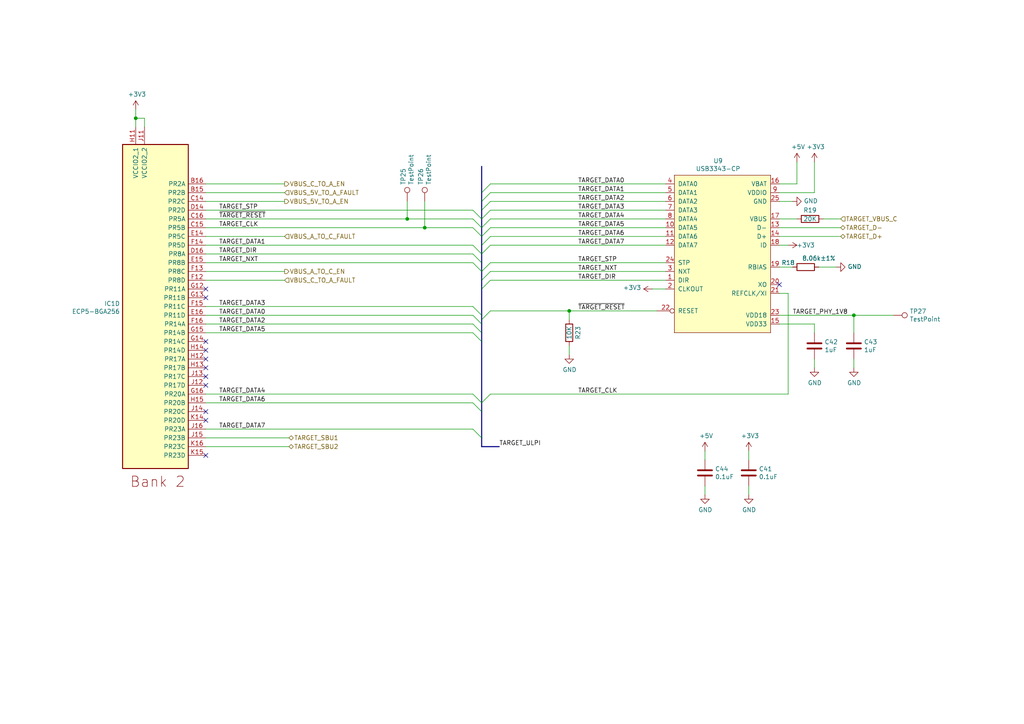
<source format=kicad_sch>
(kicad_sch (version 20211123) (generator eeschema)
  (paper "A4")
  (title_block (title "LUNA USB Multitool") (date "2023-01-11") (rev "r0.5+") (company "Copyright 2019-2023 Great Scott Gadgets") (comment 1 "Licensed under the CERN-OHL-P v2"))
  (lib_symbols
    (symbol "Connector:TestPoint" (pin_numbers hide) (pin_names (offset 0.762) hide)
      (property "Reference" "TP" (at 0 6.858 0))
      (property "Value" "TestPoint" (at 0 5.08 0))
      (symbol "TestPoint_0_1"
        (circle (center 0 3.302) (radius 0.762))
      )
      (symbol "TestPoint_1_1"
        (pin passive line (at 0 0 90) (length 2.54) (name "1") (number "1"))
      )
    )
    (symbol "Device:C" (pin_numbers hide) (pin_names (offset 0.254))
      (property "Reference" "C" (at 0.635 2.54 0))
      (property "Value" "C" (at 0.635 -2.54 0))
      (symbol "C_0_1"
        (polyline (pts (xy -2.032 -0.762) (xy 2.032 -0.762)) (stroke (width 0.508)))
        (polyline (pts (xy -2.032 0.762) (xy 2.032 0.762)) (stroke (width 0.508)))
      )
      (symbol "C_1_1"
        (pin passive line (at 0 3.81 270) (length 2.794) (name "~") (number "1"))
        (pin passive line (at 0 -3.81 90) (length 2.794) (name "~") (number "2"))
      )
    )
    (symbol "Device:R" (pin_numbers hide) (pin_names (offset 0))
      (property "Reference" "R" (at 2.032 0 90))
      (property "Value" "R" (at 0 0 90))
      (symbol "R_0_1"
        (rectangle (start -1.016 -2.54) (end 1.016 2.54) (stroke (width 0.254)))
      )
      (symbol "R_1_1"
        (pin passive line (at 0 3.81 270) (length 1.27) (name "~") (number "1"))
        (pin passive line (at 0 -3.81 90) (length 1.27) (name "~") (number "2"))
      )
    )
    (symbol "fpgas_and_processors:ECP5-BGA256" (pin_names (offset 0.762))
      (property "Reference" "IC" (at -2.54 1.27 0))
      (property "Value" "ECP5-BGA256" (at 10.16 1.27 0))
      (symbol "ECP5-BGA256_1_0"
        (rectangle (start 5.08 0) (end 33.02 -71.12) (stroke (width 0.3048)) (fill (type background)))
      )
      (symbol "ECP5-BGA256_1_1"
        (text "FPGA Supplies" (at 19.05 -76.2 0) (effects (font (size 2.9972 2.9972))))
        (pin power_in line (at 38.1 -2.54 180) (length 5.08) (name "GND_1") (number "A1"))
        (pin power_in line (at 38.1 -5.08 180) (length 5.08) (name "GND_2") (number "A16"))
        (pin power_in line (at 38.1 -10.16 180) (length 5.08) (name "GND_4") (number "D15"))
        (pin power_in line (at 38.1 -7.62 180) (length 5.08) (name "GND_3") (number "D2"))
        (pin power_in line (at 38.1 -12.7 180) (length 5.08) (name "GND_5") (number "F8"))
        (pin power_in line (at 38.1 -15.24 180) (length 5.08) (name "GND_6") (number "F9"))
        (pin power_in line (at 38.1 -20.32 180) (length 5.08) (name "GND_8") (number "G10"))
        (pin power_in line (at 0 -66.04 0) (length 5.08) (name "VCCAUX_1") (number "G11"))
        (pin power_in line (at 0 -2.54 0) (length 5.08) (name "VCC_1") (number "G6"))
        (pin power_in line (at 0 -5.08 0) (length 5.08) (name "VCC_2") (number "G7"))
        (pin power_in line (at 38.1 -17.78 180) (length 5.08) (name "GND_7") (number "G8"))
        (pin power_in line (at 0 -7.62 0) (length 5.08) (name "VCC_3") (number "G9"))
        (pin power_in line (at 38.1 -22.86 180) (length 5.08) (name "GND_9") (number "H1"))
        (pin power_in line (at 38.1 -30.48 180) (length 5.08) (name "GND_12") (number "H10"))
        (pin power_in line (at 38.1 -33.02 180) (length 5.08) (name "GND_13") (number "H16"))
        (pin power_in line (at 38.1 -25.4 180) (length 5.08) (name "GND_10") (number "H8"))
        (pin power_in line (at 38.1 -27.94 180) (length 5.08) (name "GND_11") (number "H9"))
        (pin power_in line (at 38.1 -40.64 180) (length 5.08) (name "GND_16") (number "J10"))
        (pin power_in line (at 38.1 -35.56 180) (length 5.08) (name "GND_14") (number "J8"))
        (pin power_in line (at 38.1 -38.1 180) (length 5.08) (name "GND_15") (number "J9"))
        (pin power_in line (at 38.1 -53.34 180) (length 5.08) (name "GND_21") (number "K10"))
        (pin power_in line (at 38.1 -43.18 180) (length 5.08) (name "GND_17") (number "K6"))
        (pin power_in line (at 38.1 -45.72 180) (length 5.08) (name "GND_18") (number "K7"))
        (pin power_in line (at 38.1 -48.26 180) (length 5.08) (name "GND_19") (number "K8"))
        (pin power_in line (at 38.1 -50.8 180) (length 5.08) (name "GND_20") (number "K9"))
        (pin power_in line (at 0 -15.24 0) (length 5.08) (name "VCC_6") (number "L10"))
        (pin power_in line (at 0 -68.58 0) (length 5.08) (name "VCCAUX_2") (number "L7"))
        (pin power_in line (at 0 -10.16 0) (length 5.08) (name "VCC_4") (number "L8"))
        (pin power_in line (at 0 -12.7 0) (length 5.08) (name "VCC_5") (number "L9"))
        (pin power_in line (at 38.1 -58.42 180) (length 5.08) (name "GND_23") (number "N15"))
        (pin power_in line (at 38.1 -55.88 180) (length 5.08) (name "GND_22") (number "N2"))
        (pin power_in line (at 38.1 -60.96 180) (length 5.08) (name "GND_24") (number "T1"))
        (pin power_in line (at 38.1 -66.04 180) (length 5.08) (name "GND_26") (number "T12"))
        (pin power_in line (at 38.1 -68.58 180) (length 5.08) (name "GND_27") (number "T16"))
        (pin power_in line (at 38.1 -63.5 180) (length 5.08) (name "GND_25") (number "T5"))
      )
      (symbol "ECP5-BGA256_2_1"
        (rectangle (start 0 0) (end 19.05 -74.93) (stroke (width 0.3048)) (fill (type background)))
        (text "Bank 0" (at 10.16 -78.74 0) (effects (font (size 2.9972 2.9972))))
        (pin bidirectional line (at 24.13 -11.43 180) (length 5.08) (name "PT4A") (number "A2"))
        (pin bidirectional line (at 24.13 -16.51 180) (length 5.08) (name "PT6A") (number "A3"))
        (pin bidirectional line (at 24.13 -19.05 180) (length 5.08) (name "PT6B") (number "A4"))
        (pin bidirectional line (at 24.13 -43.18 180) (length 5.08) (name "PT18A") (number "A5"))
        (pin bidirectional line (at 24.13 -45.72 180) (length 5.08) (name "PT18B") (number "A6"))
        (pin bidirectional line (at 24.13 -68.58 180) (length 5.08) (name "PT29A") (number "A7"))
        (pin bidirectional line (at 24.13 -71.12 180) (length 5.08) (name "PT29B") (number "A8"))
        (pin bidirectional line (at 24.13 -13.97 180) (length 5.08) (name "PT4B") (number "B3"))
        (pin bidirectional line (at 24.13 -29.21 180) (length 5.08) (name "PT11B") (number "B4"))
        (pin bidirectional line (at 24.13 -39.37 180) (length 5.08) (name "PT15B") (number "B5"))
        (pin bidirectional line (at 24.13 -55.88 180) (length 5.08) (name "PT22B") (number "B6"))
        (pin bidirectional line (at 24.13 -66.04 180) (length 5.08) (name "PT27B") (number "B7"))
        (pin bidirectional line (at 24.13 -26.67 180) (length 5.08) (name "PT11A") (number "C4"))
        (pin bidirectional line (at 24.13 -36.83 180) (length 5.08) (name "PT15A") (number "C5"))
        (pin bidirectional line (at 24.13 -53.34 180) (length 5.08) (name "PT22A") (number "C6"))
        (pin bidirectional line (at 24.13 -63.5 180) (length 5.08) (name "PT27A") (number "C7"))
        (pin bidirectional line (at 24.13 -24.13 180) (length 5.08) (name "PT9B") (number "D4"))
        (pin bidirectional line (at 24.13 -34.29 180) (length 5.08) (name "PT13B") (number "D5"))
        (pin bidirectional line (at 24.13 -50.8 180) (length 5.08) (name "PT20B") (number "D6"))
        (pin bidirectional line (at 24.13 -60.96 180) (length 5.08) (name "PT24B") (number "D7"))
        (pin bidirectional line (at 24.13 -21.59 180) (length 5.08) (name "PT9A") (number "E4"))
        (pin bidirectional line (at 24.13 -31.75 180) (length 5.08) (name "PT13A") (number "E5"))
        (pin bidirectional line (at 24.13 -48.26 180) (length 5.08) (name "PT20A") (number "E6"))
        (pin bidirectional line (at 24.13 -58.42 180) (length 5.08) (name "PT24A") (number "E7"))
        (pin power_in line (at 7.62 5.08 270) (length 5.08) (name "VCCIO0_1") (number "F6"))
        (pin power_in line (at 5.08 5.08 270) (length 5.08) (name "VCCIO0_2") (number "F7"))
      )
      (symbol "ECP5-BGA256_3_0"
        (rectangle (start 0 0) (end 21.59 -93.98) (stroke (width 0.3048)) (fill (type background)))
      )
      (symbol "ECP5-BGA256_3_1"
        (text "Bank 1" (at 8.89 -96.52 0) (effects (font (size 2.9972 2.9972))))
        (pin bidirectional line (at 26.67 -34.29 180) (length 5.08) (name "PT42B") (number "A10"))
        (pin bidirectional line (at 26.67 -57.15 180) (length 5.08) (name "PT53A") (number "A11"))
        (pin bidirectional line (at 26.67 -59.69 180) (length 5.08) (name "PT53B") (number "A12"))
        (pin bidirectional line (at 26.67 -82.55 180) (length 5.08) (name "PT65A") (number "A13"))
        (pin bidirectional line (at 26.67 -85.09 180) (length 5.08) (name "PT65B") (number "A14"))
        (pin bidirectional line (at 26.67 -90.17 180) (length 5.08) (name "PT67B") (number "A15"))
        (pin bidirectional line (at 26.67 -31.75 180) (length 5.08) (name "PT42A") (number "A9"))
        (pin bidirectional line (at 26.67 -36.83 180) (length 5.08) (name "PT44A") (number "B10"))
        (pin bidirectional line (at 26.67 -46.99 180) (length 5.08) (name "PT49A") (number "B11"))
        (pin bidirectional line (at 26.67 -62.23 180) (length 5.08) (name "PT56A") (number "B12"))
        (pin bidirectional line (at 26.67 -72.39 180) (length 5.08) (name "PT60A") (number "B13"))
        (pin bidirectional line (at 26.67 -87.63 180) (length 5.08) (name "PT67A") (number "B14"))
        (pin bidirectional line (at 26.67 -19.05 180) (length 5.08) (name "PT35B") (number "B8"))
        (pin bidirectional line (at 26.67 -21.59 180) (length 5.08) (name "PT38A") (number "B9"))
        (pin bidirectional line (at 26.67 -39.37 180) (length 5.08) (name "PT44B") (number "C10"))
        (pin bidirectional line (at 26.67 -49.53 180) (length 5.08) (name "PT49B") (number "C11"))
        (pin bidirectional line (at 26.67 -64.77 180) (length 5.08) (name "PT56B") (number "C12"))
        (pin bidirectional line (at 26.67 -74.93 180) (length 5.08) (name "PT60B") (number "C13"))
        (pin bidirectional line (at 26.67 -16.51 180) (length 5.08) (name "PT35A") (number "C8"))
        (pin bidirectional line (at 26.67 -24.13 180) (length 5.08) (name "PT38B") (number "C9"))
        (pin bidirectional line (at 26.67 -41.91 180) (length 5.08) (name "PT47A") (number "D10"))
        (pin bidirectional line (at 26.67 -52.07 180) (length 5.08) (name "PT51A") (number "D11"))
        (pin bidirectional line (at 26.67 -67.31 180) (length 5.08) (name "PT58A") (number "D12"))
        (pin bidirectional line (at 26.67 -77.47 180) (length 5.08) (name "PT62A") (number "D13"))
        (pin bidirectional line (at 26.67 -13.97 180) (length 5.08) (name "PT33B") (number "D8"))
        (pin bidirectional line (at 26.67 -26.67 180) (length 5.08) (name "PT40A") (number "D9"))
        (pin bidirectional line (at 26.67 -44.45 180) (length 5.08) (name "PT47B") (number "E10"))
        (pin bidirectional line (at 26.67 -54.61 180) (length 5.08) (name "PT51B") (number "E11"))
        (pin bidirectional line (at 26.67 -69.85 180) (length 5.08) (name "PT58B") (number "E12"))
        (pin bidirectional line (at 26.67 -80.01 180) (length 5.08) (name "PT62B") (number "E13"))
        (pin bidirectional line (at 26.67 -11.43 180) (length 5.08) (name "PT33A") (number "E8"))
        (pin bidirectional line (at 26.67 -29.21 180) (length 5.08) (name "PT40B") (number "E9"))
        (pin power_in line (at 6.35 5.08 270) (length 5.08) (name "VCCIO1_1") (number "F10"))
        (pin power_in line (at 3.81 5.08 270) (length 5.08) (name "VCCIO1_2") (number "F11"))
      )
      (symbol "ECP5-BGA256_4_1"
        (rectangle (start 0 0) (end 19.05 -93.98) (stroke (width 0.3048)) (fill (type background)))
        (text "Bank 2" (at 10.16 -97.79 0) (effects (font (size 2.9972 2.9972))))
        (pin bidirectional line (at 24.13 -13.97 180) (length 5.08) (name "PR2B") (number "B15"))
        (pin bidirectional line (at 24.13 -11.43 180) (length 5.08) (name "PR2A") (number "B16"))
        (pin bidirectional line (at 24.13 -16.51 180) (length 5.08) (name "PR2C") (number "C14"))
        (pin bidirectional line (at 24.13 -24.13 180) (length 5.08) (name "PR5B") (number "C15"))
        (pin bidirectional line (at 24.13 -21.59 180) (length 5.08) (name "PR5A") (number "C16"))
        (pin bidirectional line (at 24.13 -19.05 180) (length 5.08) (name "PR2D") (number "D14"))
        (pin bidirectional line (at 24.13 -31.75 180) (length 5.08) (name "PR8A") (number "D16"))
        (pin bidirectional line (at 24.13 -26.67 180) (length 5.08) (name "PR5C") (number "E14"))
        (pin bidirectional line (at 24.13 -34.29 180) (length 5.08) (name "PR8B") (number "E15"))
        (pin bidirectional line (at 24.13 -49.53 180) (length 5.08) (name "PR11D") (number "E16"))
        (pin bidirectional line (at 24.13 -39.37 180) (length 5.08) (name "PR8D") (number "F12"))
        (pin bidirectional line (at 24.13 -36.83 180) (length 5.08) (name "PR8C") (number "F13"))
        (pin bidirectional line (at 24.13 -29.21 180) (length 5.08) (name "PR5D") (number "F14"))
        (pin bidirectional line (at 24.13 -46.99 180) (length 5.08) (name "PR11C") (number "F15"))
        (pin bidirectional line (at 24.13 -52.07 180) (length 5.08) (name "PR14A") (number "F16"))
        (pin bidirectional line (at 24.13 -41.91 180) (length 5.08) (name "PR11A") (number "G12"))
        (pin bidirectional line (at 24.13 -44.45 180) (length 5.08) (name "PR11B") (number "G13"))
        (pin bidirectional line (at 24.13 -57.15 180) (length 5.08) (name "PR14C") (number "G14"))
        (pin bidirectional line (at 24.13 -54.61 180) (length 5.08) (name "PR14B") (number "G15"))
        (pin bidirectional line (at 24.13 -72.39 180) (length 5.08) (name "PR20A") (number "G16"))
        (pin power_in line (at 3.81 5.08 270) (length 5.08) (name "VCCIO2_1") (number "H11"))
        (pin bidirectional line (at 24.13 -62.23 180) (length 5.08) (name "PR17A") (number "H12"))
        (pin bidirectional line (at 24.13 -64.77 180) (length 5.08) (name "PR17B") (number "H13"))
        (pin bidirectional line (at 24.13 -59.69 180) (length 5.08) (name "PR14D") (number "H14"))
        (pin bidirectional line (at 24.13 -74.93 180) (length 5.08) (name "PR20B") (number "H15"))
        (pin power_in line (at 6.35 5.08 270) (length 5.08) (name "VCCIO2_2") (number "J11"))
        (pin bidirectional line (at 24.13 -69.85 180) (length 5.08) (name "PR17D") (number "J12"))
        (pin bidirectional line (at 24.13 -67.31 180) (length 5.08) (name "PR17C") (number "J13"))
        (pin bidirectional line (at 24.13 -77.47 180) (length 5.08) (name "PR20C") (number "J14"))
        (pin bidirectional line (at 24.13 -85.09 180) (length 5.08) (name "PR23B") (number "J15"))
        (pin bidirectional line (at 24.13 -82.55 180) (length 5.08) (name "PR23A") (number "J16"))
        (pin bidirectional line (at 24.13 -80.01 180) (length 5.08) (name "PR20D") (number "K14"))
        (pin bidirectional line (at 24.13 -90.17 180) (length 5.08) (name "PR23D") (number "K15"))
        (pin bidirectional line (at 24.13 -87.63 180) (length 5.08) (name "PR23C") (number "K16"))
      )
      (symbol "ECP5-BGA256_5_0"
        (rectangle (start 0 0) (end 20.32 -91.44) (stroke (width 0.3048)) (fill (type background)))
      )
      (symbol "ECP5-BGA256_5_1"
        (text "Bank 3" (at 15.24 -96.52 0) (effects (font (size 2.9972 2.9972))))
        (pin power_in line (at 3.81 5.08 270) (length 5.08) (name "VCCIO3_1") (number "K11"))
        (pin bidirectional line (at 25.4 -22.86 180) (length 5.08) (name "PR29B") (number "K12"))
        (pin bidirectional line (at 25.4 -20.32 180) (length 5.08) (name "PR29A") (number "K13"))
        (pin power_in line (at 6.35 5.08 270) (length 5.08) (name "VCCIO3_2") (number "L11"))
        (pin bidirectional line (at 25.4 -27.94 180) (length 5.08) (name "PR29D") (number "L12"))
        (pin bidirectional line (at 25.4 -25.4 180) (length 5.08) (name "PR29C") (number "L13"))
        (pin bidirectional line (at 25.4 -35.56 180) (length 5.08) (name "PR32C") (number "L14"))
        (pin bidirectional line (at 25.4 -12.7 180) (length 5.08) (name "PR26B") (number "L15"))
        (pin bidirectional line (at 25.4 -10.16 180) (length 5.08) (name "PR26A") (number "L16"))
        (pin bidirectional line (at 25.4 -81.28 180) (length 5.08) (name "PR47A") (number "M11"))
        (pin bidirectional line (at 25.4 -76.2 180) (length 5.08) (name "PR44C") (number "M12"))
        (pin bidirectional line (at 25.4 -45.72 180) (length 5.08) (name "PR35C") (number "M13"))
        (pin bidirectional line (at 25.4 -38.1 180) (length 5.08) (name "PR32D") (number "M14"))
        (pin bidirectional line (at 25.4 -17.78 180) (length 5.08) (name "PR26D") (number "M15"))
        (pin bidirectional line (at 25.4 -15.24 180) (length 5.08) (name "PR26C") (number "M16"))
        (pin bidirectional line (at 25.4 -83.82 180) (length 5.08) (name "PR47B") (number "N11"))
        (pin bidirectional line (at 25.4 -78.74 180) (length 5.08) (name "PR44D") (number "N12"))
        (pin bidirectional line (at 25.4 -50.8 180) (length 5.08) (name "PR38A") (number "N13"))
        (pin bidirectional line (at 25.4 -48.26 180) (length 5.08) (name "PR35D") (number "N14"))
        (pin bidirectional line (at 25.4 -30.48 180) (length 5.08) (name "PR32A") (number "N16"))
        (pin bidirectional line (at 25.4 -86.36 180) (length 5.08) (name "PR47C") (number "P11"))
        (pin bidirectional line (at 25.4 -88.9 180) (length 5.08) (name "PR47D") (number "P12"))
        (pin bidirectional line (at 25.4 -60.96 180) (length 5.08) (name "PR41A") (number "P13"))
        (pin bidirectional line (at 25.4 -53.34 180) (length 5.08) (name "PR38B") (number "P14"))
        (pin bidirectional line (at 25.4 -33.02 180) (length 5.08) (name "PR32B") (number "P15"))
        (pin bidirectional line (at 25.4 -40.64 180) (length 5.08) (name "PR35A") (number "P16"))
        (pin bidirectional line (at 25.4 -71.12 180) (length 5.08) (name "PR44A") (number "R12"))
        (pin bidirectional line (at 25.4 -66.04 180) (length 5.08) (name "PR41C") (number "R13"))
        (pin bidirectional line (at 25.4 -63.5 180) (length 5.08) (name "PR41B") (number "R14"))
        (pin bidirectional line (at 25.4 -55.88 180) (length 5.08) (name "PR38C") (number "R15"))
        (pin bidirectional line (at 25.4 -43.18 180) (length 5.08) (name "PR35B") (number "R16"))
        (pin bidirectional line (at 25.4 -73.66 180) (length 5.08) (name "PR44B") (number "T13"))
        (pin bidirectional line (at 25.4 -68.58 180) (length 5.08) (name "PR41D") (number "T14"))
        (pin bidirectional line (at 25.4 -58.42 180) (length 5.08) (name "PR38D") (number "T15"))
      )
      (symbol "ECP5-BGA256_6_1"
        (rectangle (start 0 0) (end 19.05 -106.68) (stroke (width 0.3048)) (fill (type background)))
        (text "Bank 6" (at 11.43 -110.49 0) (effects (font (size 2.9972 2.9972))))
        (pin power_in line (at 3.81 5.08 270) (length 5.08) (name "VCCIO6_1") (number "J6"))
        (pin power_in line (at 6.35 5.08 270) (length 5.08) (name "VCCIO6_2") (number "J7"))
        (pin bidirectional line (at 24.13 -25.4 180) (length 5.08) (name "PL29A") (number "K4"))
        (pin bidirectional line (at 24.13 -27.94 180) (length 5.08) (name "PL29B") (number "K5"))
        (pin bidirectional line (at 24.13 -13.97 180) (length 5.08) (name "PL26A") (number "L1"))
        (pin bidirectional line (at 24.13 -16.51 180) (length 5.08) (name "PL26B") (number "L2"))
        (pin bidirectional line (at 24.13 -41.91 180) (length 5.08) (name "PL32C") (number "L3"))
        (pin bidirectional line (at 24.13 -30.48 180) (length 5.08) (name "PL29C") (number "L4"))
        (pin bidirectional line (at 24.13 -33.02 180) (length 5.08) (name "PL29D") (number "L5"))
        (pin bidirectional line (at 24.13 -19.05 180) (length 5.08) (name "PL26C") (number "M1"))
        (pin bidirectional line (at 24.13 -21.59 180) (length 5.08) (name "PL26D") (number "M2"))
        (pin bidirectional line (at 24.13 -44.45 180) (length 5.08) (name "PL32D") (number "M3"))
        (pin bidirectional line (at 24.13 -53.34 180) (length 5.08) (name "PL35C") (number "M4"))
        (pin bidirectional line (at 24.13 -78.74 180) (length 5.08) (name "PL44C") (number "M5"))
        (pin bidirectional line (at 24.13 -96.52 180) (length 5.08) (name "PL47A") (number "M6"))
        (pin bidirectional line (at 24.13 -36.83 180) (length 5.08) (name "PL32A") (number "N1"))
        (pin bidirectional line (at 24.13 -55.88 180) (length 5.08) (name "PL35D") (number "N3"))
        (pin bidirectional line (at 24.13 -60.96 180) (length 5.08) (name "PL38A") (number "N4"))
        (pin bidirectional line (at 24.13 -81.28 180) (length 5.08) (name "PL44D") (number "N5"))
        (pin bidirectional line (at 24.13 -99.06 180) (length 5.08) (name "PL47B") (number "N6"))
        (pin bidirectional line (at 24.13 -48.26 180) (length 5.08) (name "PL35A") (number "P1"))
        (pin bidirectional line (at 24.13 -39.37 180) (length 5.08) (name "PL32B") (number "P2"))
        (pin bidirectional line (at 24.13 -63.5 180) (length 5.08) (name "PL38B") (number "P3"))
        (pin bidirectional line (at 24.13 -85.09 180) (length 5.08) (name "PL41A") (number "P4"))
        (pin bidirectional line (at 24.13 -101.6 180) (length 5.08) (name "PL47D") (number "P5"))
        (pin bidirectional line (at 24.13 -104.14 180) (length 5.08) (name "PL47C") (number "P6"))
        (pin bidirectional line (at 24.13 -50.8 180) (length 5.08) (name "PL35B") (number "R1"))
        (pin bidirectional line (at 24.13 -66.04 180) (length 5.08) (name "PL38C") (number "R2"))
        (pin bidirectional line (at 24.13 -87.63 180) (length 5.08) (name "PL41B") (number "R3"))
        (pin bidirectional line (at 24.13 -90.17 180) (length 5.08) (name "PL41C") (number "R4"))
        (pin bidirectional line (at 24.13 -73.66 180) (length 5.08) (name "PL44A") (number "R5"))
        (pin bidirectional line (at 24.13 -68.58 180) (length 5.08) (name "PL38D") (number "T2"))
        (pin bidirectional line (at 24.13 -92.71 180) (length 5.08) (name "PL41D") (number "T3"))
        (pin bidirectional line (at 24.13 -76.2 180) (length 5.08) (name "PL44B") (number "T4"))
      )
      (symbol "ECP5-BGA256_7_1"
        (rectangle (start 0 0) (end 20.32 -109.22) (stroke (width 0.3048)) (fill (type background)))
        (text "Bank 7" (at 12.7 -113.03 0) (effects (font (size 2.9972 2.9972))))
        (pin bidirectional line (at 25.4 -10.16 180) (length 5.08) (name "PL2A") (number "B1"))
        (pin bidirectional line (at 25.4 -12.7 180) (length 5.08) (name "PL2B") (number "B2"))
        (pin bidirectional line (at 25.4 -22.86 180) (length 5.08) (name "PL5A") (number "C1"))
        (pin bidirectional line (at 25.4 -25.4 180) (length 5.08) (name "PL5B") (number "C2"))
        (pin bidirectional line (at 25.4 -15.24 180) (length 5.08) (name "PL2C") (number "C3"))
        (pin bidirectional line (at 25.4 -35.56 180) (length 5.08) (name "PL8A") (number "D1"))
        (pin bidirectional line (at 25.4 -17.78 180) (length 5.08) (name "PL2D") (number "D3"))
        (pin bidirectional line (at 25.4 -54.61 180) (length 5.08) (name "PL11D") (number "E1"))
        (pin bidirectional line (at 25.4 -38.1 180) (length 5.08) (name "PL8B") (number "E2"))
        (pin bidirectional line (at 25.4 -27.94 180) (length 5.08) (name "PL5C") (number "E3"))
        (pin bidirectional line (at 25.4 -59.69 180) (length 5.08) (name "PL14A") (number "F1"))
        (pin bidirectional line (at 25.4 -52.07 180) (length 5.08) (name "PL11C") (number "F2"))
        (pin bidirectional line (at 25.4 -30.48 180) (length 5.08) (name "PL5D") (number "F3"))
        (pin bidirectional line (at 25.4 -40.64 180) (length 5.08) (name "PL8C") (number "F4"))
        (pin bidirectional line (at 25.4 -43.18 180) (length 5.08) (name "PL8D") (number "F5"))
        (pin bidirectional line (at 25.4 -82.55 180) (length 5.08) (name "PL20A") (number "G1"))
        (pin bidirectional line (at 25.4 -62.23 180) (length 5.08) (name "PL14B") (number "G2"))
        (pin bidirectional line (at 25.4 -64.77 180) (length 5.08) (name "PL14C") (number "G3"))
        (pin bidirectional line (at 25.4 -49.53 180) (length 5.08) (name "PL11B") (number "G4"))
        (pin bidirectional line (at 25.4 -46.99 180) (length 5.08) (name "PL11A") (number "G5"))
        (pin bidirectional line (at 25.4 -85.09 180) (length 5.08) (name "PL20B") (number "H2"))
        (pin bidirectional line (at 25.4 -67.31 180) (length 5.08) (name "PL14D") (number "H3"))
        (pin bidirectional line (at 25.4 -73.66 180) (length 5.08) (name "PL17B") (number "H4"))
        (pin bidirectional line (at 25.4 -71.12 180) (length 5.08) (name "PL17A") (number "H5"))
        (pin power_in line (at 7.62 5.08 270) (length 5.08) (name "VCCIO7_1") (number "H6"))
        (pin power_in line (at 5.08 5.08 270) (length 5.08) (name "VCCIO7_2") (number "H7"))
        (pin bidirectional line (at 25.4 -95.25 180) (length 5.08) (name "PL23A") (number "J1"))
        (pin bidirectional line (at 25.4 -97.79 180) (length 5.08) (name "PL23B") (number "J2"))
        (pin bidirectional line (at 25.4 -87.63 180) (length 5.08) (name "PL20C") (number "J3"))
        (pin bidirectional line (at 25.4 -76.2 180) (length 5.08) (name "PL17C") (number "J4"))
        (pin bidirectional line (at 25.4 -78.74 180) (length 5.08) (name "PL17D") (number "J5"))
        (pin bidirectional line (at 25.4 -100.33 180) (length 5.08) (name "PL23C") (number "K1"))
        (pin bidirectional line (at 25.4 -102.87 180) (length 5.08) (name "PL23D") (number "K2"))
        (pin bidirectional line (at 25.4 -90.17 180) (length 5.08) (name "PL20D") (number "K3"))
      )
      (symbol "ECP5-BGA256_8_0"
        (text "(Config)" (at 13.97 -97.79 0) (effects (font (size 2.9972 2.9972))))
        (text "Bank 8" (at 13.97 -92.71 0) (effects (font (size 2.9972 2.9972))))
      )
      (symbol "ECP5-BGA256_8_1"
        (rectangle (start 0 0) (end 21.59 -88.9) (stroke (width 0.3048)) (fill (type background)))
        (pin power_in line (at 5.08 5.08 270) (length 5.08) (name "VCCIO8") (number "L6"))
        (pin output line (at 26.67 -57.15 180) (length 5.08) (name "TDO") (number "M10"))
        (pin bidirectional line (at 26.67 -24.13 180) (length 5.08) (name "D2/PB9B") (number "M7"))
        (pin bidirectional line (at 26.67 -39.37 180) (length 5.08) (name "DOUT/CSON/PB15B") (number "M8"))
        (pin bidirectional line (at 26.67 -41.91 180) (length 5.08) (name "WRITEEN/PB18A") (number "M9"))
        (pin input line (at 26.67 -68.58 180) (length 5.08) (name "CFG_0") (number "N10"))
        (pin bidirectional line (at 26.67 -21.59 180) (length 5.08) (name "D3/PB9A") (number "N7"))
        (pin bidirectional line (at 26.67 -36.83 180) (length 5.08) (name "HOLDN/DI/PB15A") (number "N8"))
        (pin bidirectional line (at 26.67 -63.5 180) (length 5.08) (name "MCLK/SCLK/CCLK") (number "N9"))
        (pin input line (at 26.67 -71.12 180) (length 5.08) (name "CFG_1") (number "P10"))
        (pin bidirectional line (at 26.67 -19.05 180) (length 5.08) (name "D4/PICO2/PB6B") (number "P7"))
        (pin bidirectional line (at 26.67 -34.29 180) (length 5.08) (name "CS1N/PB13B") (number "P8"))
        (pin bidirectional line (at 26.67 -80.01 180) (length 5.08) (name "DONE") (number "P9"))
        (pin input line (at 26.67 -73.66 180) (length 5.08) (name "CFG_2") (number "R10"))
        (pin input line (at 26.67 -54.61 180) (length 5.08) (name "TDI") (number "R11"))
        (pin bidirectional line (at 26.67 -13.97 180) (length 5.08) (name "D6/PB4B") (number "R6"))
        (pin bidirectional line (at 26.67 -16.51 180) (length 5.08) (name "D5/POCI2/PB6A") (number "R7"))
        (pin bidirectional line (at 26.67 -31.75 180) (length 5.08) (name "SN/CSN/PB13A") (number "R8"))
        (pin bidirectional line (at 26.67 -85.09 180) (length 5.08) (name "PROGRAMN") (number "R9"))
        (pin input line (at 26.67 -52.07 180) (length 5.08) (name "TCK") (number "T10"))
        (pin input line (at 26.67 -49.53 180) (length 5.08) (name "TMS") (number "T11"))
        (pin bidirectional line (at 26.67 -11.43 180) (length 5.08) (name "D7/PB4A") (number "T6"))
        (pin bidirectional line (at 26.67 -26.67 180) (length 5.08) (name "D1/PICO/PB11A") (number "T7"))
        (pin bidirectional line (at 26.67 -29.21 180) (length 5.08) (name "D0/PICO/PB11B") (number "T8"))
        (pin bidirectional line (at 26.67 -82.55 180) (length 5.08) (name "INITN") (number "T9"))
      )
    )
    (symbol "power:+3V3" (power) (pin_names (offset 0))
      (property "Value" "+3V3" (at 0 3.556 0))
      (symbol "+3V3_0_1"
        (polyline (pts (xy -0.762 1.27) (xy 0 2.54)))
        (polyline (pts (xy 0 0) (xy 0 2.54)))
        (polyline (pts (xy 0 2.54) (xy 0.762 1.27)))
      )
      (symbol "+3V3_1_1"
        (pin power_in line (at 0 0 90) (length 0) hide (name "+3V3") (number "1"))
      )
    )
    (symbol "power:+5V" (power) (pin_names (offset 0))
      (property "Value" "+5V" (at 0 3.556 0))
      (symbol "+5V_0_1"
        (polyline (pts (xy -0.762 1.27) (xy 0 2.54)))
        (polyline (pts (xy 0 0) (xy 0 2.54)))
        (polyline (pts (xy 0 2.54) (xy 0.762 1.27)))
      )
      (symbol "+5V_1_1"
        (pin power_in line (at 0 0 90) (length 0) hide (name "+5V") (number "1"))
      )
    )
    (symbol "power:GND" (power) (pin_names (offset 0))
      (property "Value" "GND" (at 0 -3.81 0))
      (symbol "GND_0_1"
        (polyline (pts (xy 0 0) (xy 0 -1.27) (xy 1.27 -1.27) (xy 0 -2.54) (xy -1.27 -1.27) (xy 0 -1.27)))
      )
      (symbol "GND_1_1"
        (pin power_in line (at 0 0 270) (length 0) hide (name "GND") (number "1"))
      )
    )
    (symbol "usb:USB3343" (pin_names (offset 1.016))
      (property "Reference" "U" (at 3.81 -46.99 0))
      (property "Value" "USB3343" (at 25.4 -46.99 0))
      (symbol "USB3343_0_1"
        (rectangle (start 2.54 0) (end 30.48 -45.72) (fill (type background)))
      )
      (symbol "USB3343_1_1"
        (pin output line (at 0 -30.48 0) (length 2.54) (name "DIR") (number "1"))
        (pin bidirectional line (at 0 -15.24 0) (length 2.54) (name "DATA5") (number "10"))
        (pin bidirectional line (at 0 -17.78 0) (length 2.54) (name "DATA6") (number "11"))
        (pin bidirectional line (at 0 -20.32 0) (length 2.54) (name "DATA7") (number "12"))
        (pin bidirectional line (at 33.02 -15.24 180) (length 2.54) (name "D-") (number "13"))
        (pin bidirectional line (at 33.02 -17.78 180) (length 2.54) (name "D+") (number "14"))
        (pin power_out line (at 33.02 -43.18 180) (length 2.54) (name "VDD33") (number "15"))
        (pin power_in line (at 33.02 -2.54 180) (length 2.54) (name "VBAT") (number "16"))
        (pin bidirectional line (at 33.02 -12.7 180) (length 2.54) (name "VBUS") (number "17"))
        (pin input line (at 33.02 -20.32 180) (length 2.54) (name "ID") (number "18"))
        (pin input line (at 33.02 -26.67 180) (length 2.54) (name "RBIAS") (number "19"))
        (pin passive line (at 0 -33.02 0) (length 2.54) (name "CLKOUT") (number "2"))
        (pin output line (at 33.02 -31.75 180) (length 2.54) (name "XO") (number "20"))
        (pin input line (at 33.02 -34.29 180) (length 2.54) (name "REFCLK/XI") (number "21"))
        (pin input inverted (at -2.54 -39.37 0) (length 5.08) (name "RESET") (number "22"))
        (pin power_out line (at 33.02 -40.64 180) (length 2.54) (name "VDD18") (number "23"))
        (pin input line (at 0 -25.4 0) (length 2.54) (name "STP") (number "24"))
        (pin power_in line (at 33.02 -7.62 180) (length 2.54) (name "GND") (number "25"))
        (pin output line (at 0 -27.94 0) (length 2.54) (name "NXT") (number "3"))
        (pin bidirectional line (at 0 -2.54 0) (length 2.54) (name "DATA0") (number "4"))
        (pin bidirectional line (at 0 -5.08 0) (length 2.54) (name "DATA1") (number "5"))
        (pin bidirectional line (at 0 -7.62 0) (length 2.54) (name "DATA2") (number "6"))
        (pin bidirectional line (at 0 -10.16 0) (length 2.54) (name "DATA3") (number "7"))
        (pin bidirectional line (at 0 -12.7 0) (length 2.54) (name "DATA4") (number "8"))
        (pin power_in line (at 33.02 -5.08 180) (length 2.54) (name "VDDIO") (number "9"))
      )
    )
  )
  (junction (at 39.37 34.29))
  (junction (at 165.1 90.17))
  (junction (at 118.11 63.5))
  (junction (at 247.65 91.44))
  (junction (at 123.19 66.04))
  (no_connect (at 59.69 99.06))
  (no_connect (at 59.69 101.6))
  (no_connect (at 59.69 109.22))
  (no_connect (at 59.69 106.68))
  (no_connect (at 59.69 83.82))
  (no_connect (at 226.06 82.55))
  (no_connect (at 59.69 111.76))
  (no_connect (at 59.69 132.08))
  (no_connect (at 59.69 119.38))
  (no_connect (at 59.69 86.36))
  (no_connect (at 59.69 121.92))
  (no_connect (at 59.69 104.14))
  (bus_entry (at 139.7 83.82) (size 2.54 -2.54))
  (bus_entry (at 137.16 76.2) (size 2.54 2.54))
  (bus_entry (at 139.7 116.84) (size 2.54 -2.54))
  (bus_entry (at 137.16 116.84) (size 2.54 2.54))
  (bus_entry (at 139.7 78.74) (size 2.54 -2.54))
  (bus_entry (at 137.16 88.9) (size 2.54 2.54))
  (bus_entry (at 137.16 93.98) (size 2.54 2.54))
  (bus_entry (at 137.16 96.52) (size 2.54 2.54))
  (bus_entry (at 139.7 60.96) (size 2.54 -2.54))
  (bus_entry (at 139.7 68.58) (size 2.54 -2.54))
  (bus_entry (at 139.7 66.04) (size 2.54 -2.54))
  (bus_entry (at 139.7 73.66) (size -2.54 -2.54))
  (bus_entry (at 137.16 63.5) (size 2.54 2.54))
  (bus_entry (at 137.16 124.46) (size 2.54 2.54))
  (bus_entry (at 139.7 55.88) (size 2.54 -2.54))
  (bus_entry (at 137.16 114.3) (size 2.54 2.54))
  (bus_entry (at 137.16 60.96) (size 2.54 2.54))
  (bus_entry (at 139.7 63.5) (size 2.54 -2.54))
  (bus_entry (at 139.7 81.28) (size 2.54 -2.54))
  (bus_entry (at 139.7 73.66) (size 2.54 -2.54))
  (bus_entry (at 139.7 58.42) (size 2.54 -2.54))
  (bus_entry (at 137.16 91.44) (size 2.54 2.54))
  (bus_entry (at 137.16 73.66) (size 2.54 2.54))
  (bus_entry (at 139.7 92.71) (size 2.54 -2.54))
  (bus_entry (at 139.7 71.12) (size 2.54 -2.54))
  (bus_entry (at 137.16 66.04) (size 2.54 2.54))
  (wire (pts (xy 165.1 90.17) (xy 165.1 92.71)))
  (wire (pts (xy 247.65 96.52) (xy 247.65 91.44)))
  (wire (pts (xy 193.04 76.2) (xy 142.24 76.2)))
  (wire (pts (xy 142.24 114.3) (xy 228.6 114.3)))
  (wire (pts (xy 238.76 63.5) (xy 243.84 63.5)))
  (wire (pts (xy 59.69 63.5) (xy 118.11 63.5)))
  (wire (pts (xy 193.04 83.82) (xy 189.23 83.82)))
  (wire (pts (xy 59.69 91.44) (xy 137.16 91.44)))
  (wire (pts (xy 59.69 73.66) (xy 137.16 73.66)))
  (bus (pts (xy 139.7 96.52) (xy 139.7 99.06)))
  (wire (pts (xy 59.69 66.04) (xy 123.19 66.04)))
  (wire (pts (xy 123.19 58.42) (xy 123.19 66.04)))
  (wire (pts (xy 59.69 71.12) (xy 137.16 71.12)))
  (wire (pts (xy 204.47 140.97) (xy 204.47 143.51)))
  (wire (pts (xy 193.04 63.5) (xy 142.24 63.5)))
  (wire (pts (xy 228.6 71.12) (xy 226.06 71.12)))
  (wire (pts (xy 217.17 130.81) (xy 217.17 133.35)))
  (wire (pts (xy 59.69 96.52) (xy 137.16 96.52)))
  (bus (pts (xy 139.7 116.84) (xy 139.7 119.38)))
  (bus (pts (xy 139.7 73.66) (xy 139.7 76.2)))
  (wire (pts (xy 118.11 58.42) (xy 118.11 63.5)))
  (bus (pts (xy 139.7 91.44) (xy 139.7 92.71)))
  (wire (pts (xy 226.06 93.98) (xy 236.22 93.98)))
  (wire (pts (xy 193.04 78.74) (xy 142.24 78.74)))
  (wire (pts (xy 118.11 63.5) (xy 137.16 63.5)))
  (wire (pts (xy 82.55 58.42) (xy 59.69 58.42)))
  (wire (pts (xy 193.04 81.28) (xy 142.24 81.28)))
  (wire (pts (xy 193.04 71.12) (xy 142.24 71.12)))
  (bus (pts (xy 139.7 71.12) (xy 139.7 73.66)))
  (wire (pts (xy 59.69 78.74) (xy 82.55 78.74)))
  (bus (pts (xy 139.7 55.88) (xy 139.7 58.42)))
  (wire (pts (xy 137.16 60.96) (xy 59.69 60.96)))
  (wire (pts (xy 193.04 58.42) (xy 142.24 58.42)))
  (bus (pts (xy 139.7 127) (xy 139.7 129.54)))
  (wire (pts (xy 226.06 58.42) (xy 229.87 58.42)))
  (wire (pts (xy 59.69 55.88) (xy 82.55 55.88)))
  (wire (pts (xy 82.55 68.58) (xy 59.69 68.58)))
  (wire (pts (xy 59.69 76.2) (xy 137.16 76.2)))
  (wire (pts (xy 229.87 77.47) (xy 226.06 77.47)))
  (bus (pts (xy 139.7 83.82) (xy 139.7 91.44)))
  (wire (pts (xy 59.69 114.3) (xy 137.16 114.3)))
  (bus (pts (xy 139.7 76.2) (xy 139.7 78.74)))
  (wire (pts (xy 204.47 130.81) (xy 204.47 133.35)))
  (wire (pts (xy 193.04 66.04) (xy 142.24 66.04)))
  (wire (pts (xy 193.04 53.34) (xy 142.24 53.34)))
  (wire (pts (xy 39.37 34.29) (xy 41.91 34.29)))
  (wire (pts (xy 236.22 55.88) (xy 226.06 55.88)))
  (wire (pts (xy 59.69 124.46) (xy 137.16 124.46)))
  (wire (pts (xy 137.16 116.84) (xy 59.69 116.84)))
  (wire (pts (xy 231.14 63.5) (xy 226.06 63.5)))
  (wire (pts (xy 226.06 91.44) (xy 247.65 91.44)))
  (bus (pts (xy 139.7 119.38) (xy 139.7 127)))
  (bus (pts (xy 139.7 60.96) (xy 139.7 63.5)))
  (wire (pts (xy 247.65 91.44) (xy 259.08 91.44)))
  (wire (pts (xy 226.06 68.58) (xy 243.84 68.58)))
  (wire (pts (xy 83.82 129.54) (xy 59.69 129.54)))
  (bus (pts (xy 139.7 93.98) (xy 139.7 96.52)))
  (wire (pts (xy 226.06 85.09) (xy 228.6 85.09)))
  (bus (pts (xy 139.7 81.28) (xy 139.7 83.82)))
  (wire (pts (xy 59.69 93.98) (xy 137.16 93.98)))
  (wire (pts (xy 226.06 66.04) (xy 243.84 66.04)))
  (wire (pts (xy 228.6 114.3) (xy 228.6 85.09)))
  (wire (pts (xy 217.17 140.97) (xy 217.17 143.51)))
  (wire (pts (xy 236.22 46.99) (xy 236.22 55.88)))
  (wire (pts (xy 231.14 53.34) (xy 231.14 46.99)))
  (wire (pts (xy 165.1 90.17) (xy 190.5 90.17)))
  (bus (pts (xy 139.7 63.5) (xy 139.7 66.04)))
  (wire (pts (xy 242.57 77.47) (xy 237.49 77.47)))
  (wire (pts (xy 165.1 100.33) (xy 165.1 102.87)))
  (bus (pts (xy 139.7 58.42) (xy 139.7 60.96)))
  (wire (pts (xy 41.91 34.29) (xy 41.91 36.83)))
  (bus (pts (xy 139.7 129.54) (xy 144.78 129.54)))
  (wire (pts (xy 193.04 68.58) (xy 142.24 68.58)))
  (wire (pts (xy 59.69 53.34) (xy 82.55 53.34)))
  (wire (pts (xy 226.06 53.34) (xy 231.14 53.34)))
  (bus (pts (xy 139.7 68.58) (xy 139.7 71.12)))
  (wire (pts (xy 193.04 60.96) (xy 142.24 60.96)))
  (wire (pts (xy 82.55 81.28) (xy 59.69 81.28)))
  (bus (pts (xy 139.7 48.26) (xy 139.7 55.88)))
  (bus (pts (xy 139.7 92.71) (xy 139.7 93.98)))
  (wire (pts (xy 39.37 36.83) (xy 39.37 34.29)))
  (wire (pts (xy 142.24 55.88) (xy 193.04 55.88)))
  (wire (pts (xy 123.19 66.04) (xy 137.16 66.04)))
  (wire (pts (xy 236.22 106.68) (xy 236.22 104.14)))
  (bus (pts (xy 139.7 66.04) (xy 139.7 68.58)))
  (bus (pts (xy 139.7 99.06) (xy 139.7 116.84)))
  (wire (pts (xy 39.37 34.29) (xy 39.37 31.75)))
  (bus (pts (xy 139.7 78.74) (xy 139.7 81.28)))
  (wire (pts (xy 83.82 127) (xy 59.69 127)))
  (wire (pts (xy 247.65 106.68) (xy 247.65 104.14)))
  (wire (pts (xy 142.24 90.17) (xy 165.1 90.17)))
  (wire (pts (xy 236.22 93.98) (xy 236.22 96.52)))
  (wire (pts (xy 59.69 88.9) (xy 137.16 88.9)))
  (label "TARGET_DATA2" (at 167.64 58.42 0))
  (label "TARGET_STP" (at 63.5 60.96 0))
  (label "TARGET_DATA3" (at 63.5 88.9 0))
  (label "TARGET_DATA5" (at 167.64 66.04 0))
  (label "TARGET_DATA0" (at 167.64 53.34 0))
  (label "TARGET_DATA4" (at 63.5 114.3 0))
  (label "TARGET_DATA5" (at 63.5 96.52 0))
  (label "TARGET_CLK" (at 63.5 66.04 0))
  (label "TARGET_DIR" (at 63.5 73.66 0))
  (label "~{TARGET_RESET}" (at 167.64 90.17 0))
  (label "TARGET_DATA1" (at 63.5 71.12 0))
  (label "TARGET_CLK" (at 167.64 114.3 0))
  (label "TARGET_ULPI" (at 144.78 129.54 0))
  (label "TARGET_NXT" (at 167.64 78.74 0))
  (label "TARGET_DATA6" (at 167.64 68.58 0))
  (label "TARGET_DATA6" (at 63.5 116.84 0))
  (label "TARGET_DATA7" (at 63.5 124.46 0))
  (label "TARGET_DATA1" (at 167.64 55.88 0))
  (label "~{TARGET_RESET}" (at 63.5 63.5 0))
  (label "TARGET_DATA4" (at 167.64 63.5 0))
  (label "TARGET_NXT" (at 63.5 76.2 0))
  (label "TARGET_PHY_1V8" (at 229.87 91.44 0))
  (label "TARGET_DIR" (at 167.64 81.28 0))
  (label "TARGET_DATA7" (at 167.64 71.12 0))
  (label "TARGET_DATA2" (at 63.5 93.98 0))
  (label "TARGET_STP" (at 167.64 76.2 0))
  (label "TARGET_DATA0" (at 63.5 91.44 0))
  (label "TARGET_DATA3" (at 167.64 60.96 0))
  (hierarchical_label "VBUS_A_TO_C_EN" (shape output) (at 82.55 78.74 0))
  (hierarchical_label "TARGET_D+" (shape bidirectional) (at 243.84 68.58 0))
  (hierarchical_label "TARGET_SBU2" (shape bidirectional) (at 83.82 129.54 0))
  (hierarchical_label "TARGET_VBUS_C" (shape input) (at 243.84 63.5 0))
  (hierarchical_label "TARGET_SBU1" (shape bidirectional) (at 83.82 127 0))
  (hierarchical_label "VBUS_A_TO_C_FAULT" (shape input) (at 82.55 68.58 0))
  (hierarchical_label "VBUS_C_TO_A_EN" (shape output) (at 82.55 53.34 0))
  (hierarchical_label "VBUS_5V_TO_A_EN" (shape output) (at 82.55 58.42 0))
  (hierarchical_label "VBUS_C_TO_A_FAULT" (shape input) (at 82.55 81.28 0))
  (hierarchical_label "VBUS_5V_TO_A_FAULT" (shape input) (at 82.55 55.88 0))
  (hierarchical_label "TARGET_D-" (shape bidirectional) (at 243.84 66.04 0))
  (symbol (lib_id "power:+3V3") (at 189.23 83.82 90) (unit 1)
    (property "Reference" "#PWR070" (effects hide))
    (property "Value" "+3V3" (at 185.9788 83.439 90) (effects (justify left)))
  )
  (symbol (lib_id "Device:R") (at 234.95 63.5 270) (unit 1)
    (property "Reference" "R19" (at 234.95 60.96 90))
    (property "Value" "20K" (at 234.95 63.5 90))
    (property "Footprint" "Resistor_SMD:R_0402_1005Metric" (effects hide))
    (property "Description" "RES SMD 20K OHM 5% 1/16W 0402" (effects hide))
    (property "Manufacturer" "Yageo" (effects hide))
    (property "Part Number" "RC0402JR-0720KL" (effects hide))
    (property "Substitution" "any equivalent" (effects hide))
  )
  (symbol (lib_id "power:GND") (at 242.57 77.47 90) (unit 1)
    (property "Reference" "#PWR079" (effects hide))
    (property "Value" "GND" (at 245.8212 77.343 90) (effects (justify right)))
  )
  (symbol (lib_id "Device:R") (at 233.68 77.47 270) (unit 1)
    (property "Reference" "R18" (at 228.6 76.2 90))
    (property "Value" "8.06k±1%" (at 237.49 74.93 90))
    (property "Footprint" "Resistor_SMD:R_0402_1005Metric" (effects hide))
    (property "Description" "RES SMD 8.06K OHM 1% 1/10W 0402" (effects hide))
    (property "Manufacturer" "Panasonic" (effects hide))
    (property "Part Number" "ERJ-2RKF8061X" (effects hide))
    (property "Substitution" "any equivalent" (effects hide))
  )
  (symbol (lib_id "power:+3V3") (at 236.22 46.99 0) (unit 1)
    (property "Reference" "#PWR077" (effects hide))
    (property "Value" "+3V3" (at 236.5756 42.5958 0))
  )
  (symbol (lib_id "power:+5V") (at 231.14 46.99 0) (unit 1)
    (property "Reference" "#PWR076" (effects hide))
    (property "Value" "+5V" (at 231.4956 42.5958 0))
  )
  (symbol (lib_id "power:GND") (at 229.87 58.42 90) (unit 1)
    (property "Reference" "#PWR075" (effects hide))
    (property "Value" "GND" (at 233.1212 58.293 90) (effects (justify right)))
  )
  (symbol (lib_id "power:GND") (at 247.65 106.68 0) (unit 1)
    (property "Reference" "#PWR080" (effects hide))
    (property "Value" "GND" (at 247.7516 111.0488 0))
  )
  (symbol (lib_id "Device:C") (at 247.65 100.33 0) (unit 1)
    (property "Reference" "C43" (at 250.571 99.187 0) (effects (justify left)))
    (property "Value" "1uF" (at 250.571 101.473 0) (effects (justify left)))
    (property "Footprint" "Capacitor_SMD:C_0603_1608Metric" (effects hide))
    (property "Part Number" "GENERIC-CAP-0603-1uF" (effects hide))
    (property "Substitution" "any equivalent" (effects hide))
  )
  (symbol (lib_id "power:GND") (at 236.22 106.68 0) (unit 1)
    (property "Reference" "#PWR078" (effects hide))
    (property "Value" "GND" (at 236.3216 111.0488 0))
  )
  (symbol (lib_id "Device:C") (at 236.22 100.33 0) (unit 1)
    (property "Reference" "C42" (at 239.141 99.187 0) (effects (justify left)))
    (property "Value" "1uF" (at 239.141 101.473 0) (effects (justify left)))
    (property "Footprint" "Capacitor_SMD:C_0603_1608Metric" (effects hide))
    (property "Part Number" "GENERIC-CAP-0603-1uF" (effects hide))
    (property "Substitution" "any equivalent" (effects hide))
  )
  (symbol (lib_id "usb:USB3343") (at 193.04 50.8 0) (unit 1)
    (property "Reference" "U9" (at 208.28 46.6598 0))
    (property "Value" "USB3343-CP" (at 208.28 48.9458 0))
    (property "Footprint" "Package_DFN_QFN:VQFN-24-1EP_4x4mm_P0.5mm_EP2.45x2.45mm" (effects hide))
    (property "Datasheet" "http://ww1.microchip.com/downloads/en/DeviceDoc/334x.pdf" (effects hide))
    (property "Description" "IC TRANSCEIVER 1/1 24QFN" (effects hide))
    (property "Manufacturer" "Microchip" (effects hide))
    (property "Part Number" "USB3343-CP" (effects hide))
  )
  (symbol (lib_id "fpgas_and_processors:ECP5-BGA256") (at 35.56 41.91 0) (unit 4)
    (property "Reference" "IC1" (at 34.798 88.0618 0) (effects (justify right)))
    (property "Value" "ECP5-BGA256" (at 34.798 90.3478 0) (effects (justify right)))
    (property "Footprint" "luna:lattice_cabga256" (effects hide))
    (property "Description" "FPGA - Field Programmable Gate Array ECP5; 12k LUTs; 1.1V" (effects hide))
    (property "Manufacturer" "Lattice" (effects hide))
    (property "Part Number" "LFE5U-12F-6BG256C" (effects hide))
    (property "Substitution" "LFE5U-12F-*BG256*" (effects hide))
  )
  (symbol (lib_id "power:+3V3") (at 39.37 31.75 0) (unit 1)
    (property "Reference" "#PWR069" (effects hide))
    (property "Value" "+3V3" (at 39.7256 27.3558 0))
  )
  (symbol (lib_id "Device:C") (at 204.47 137.16 0) (unit 1)
    (property "Reference" "C44" (at 207.391 136.017 0) (effects (justify left)))
    (property "Value" "0.1uF" (at 207.391 138.303 0) (effects (justify left)))
    (property "Footprint" "Capacitor_SMD:C_0402_1005Metric" (effects hide))
    (property "Part Number" "GENERIC-CAP-0402-0.1uF" (effects hide))
    (property "Substitution" "any equivalent" (effects hide))
  )
  (symbol (lib_id "Device:C") (at 217.17 137.16 0) (unit 1)
    (property "Reference" "C41" (at 220.091 136.017 0) (effects (justify left)))
    (property "Value" "0.1uF" (at 220.091 138.303 0) (effects (justify left)))
    (property "Footprint" "Capacitor_SMD:C_0402_1005Metric" (effects hide))
    (property "Part Number" "GENERIC-CAP-0402-0.1uF" (effects hide))
    (property "Substitution" "any equivalent" (effects hide))
  )
  (symbol (lib_id "power:+5V") (at 204.47 130.81 0) (unit 1)
    (property "Reference" "#PWR071" (effects hide))
    (property "Value" "+5V" (at 204.8256 126.4158 0))
  )
  (symbol (lib_id "power:+3V3") (at 217.17 130.81 0) (unit 1)
    (property "Reference" "#PWR073" (effects hide))
    (property "Value" "+3V3" (at 217.5256 126.4158 0))
  )
  (symbol (lib_id "power:GND") (at 204.47 143.51 0) (unit 1)
    (property "Reference" "#PWR072" (effects hide))
    (property "Value" "GND" (at 204.5716 147.8788 0))
  )
  (symbol (lib_id "power:GND") (at 217.17 143.51 0) (unit 1)
    (property "Reference" "#PWR074" (effects hide))
    (property "Value" "GND" (at 217.2716 147.8788 0))
  )
  (symbol (lib_id "Device:R") (at 165.1 96.52 0) (unit 1)
    (property "Reference" "R23" (at 167.64 96.52 90))
    (property "Value" "10K" (at 165.1 96.52 90))
    (property "Footprint" "Resistor_SMD:R_0402_1005Metric" (effects hide))
    (property "Part Number" "GENERIC-RES-0402-10K" (effects hide))
    (property "Substitution" "any equivalent" (effects hide))
  )
  (symbol (lib_id "power:GND") (at 165.1 102.87 0) (unit 1)
    (property "Reference" "#PWR0108" (effects hide))
    (property "Value" "GND" (at 165.2016 107.2388 0))
  )
  (symbol (lib_id "power:+3V3") (at 228.6 71.12 270) (unit 1)
    (property "Reference" "#PWR0127" (effects hide))
    (property "Value" "+3V3" (at 233.68 71.12 90))
  )
  (symbol (lib_id "Connector:TestPoint") (at 259.08 91.44 270) (unit 1)
    (property "Reference" "TP27" (at 263.8298 90.297 90) (effects (justify left)))
    (property "Value" "TestPoint" (at 263.8298 92.583 90) (effects (justify left)))
    (property "Footprint" "TestPoint:TestPoint_Pad_D1.0mm" (effects hide))
    (property "Note" "DNP" (effects hide))
  )
  (symbol (lib_id "Connector:TestPoint") (at 118.11 58.42 0) (unit 1)
    (property "Reference" "TP25" (at 116.967 53.6702 90) (effects (justify left)))
    (property "Value" "TestPoint" (at 119.253 53.6702 90) (effects (justify left)))
    (property "Footprint" "TestPoint:TestPoint_Pad_D1.0mm" (effects hide))
    (property "Note" "DNP" (effects hide))
  )
  (symbol (lib_id "Connector:TestPoint") (at 123.19 58.42 0) (unit 1)
    (property "Reference" "TP26" (at 122.047 53.6702 90) (effects (justify left)))
    (property "Value" "TestPoint" (at 124.333 53.6702 90) (effects (justify left)))
    (property "Footprint" "TestPoint:TestPoint_Pad_D1.0mm" (effects hide))
    (property "Note" "DNP" (effects hide))
  )
)
</source>
